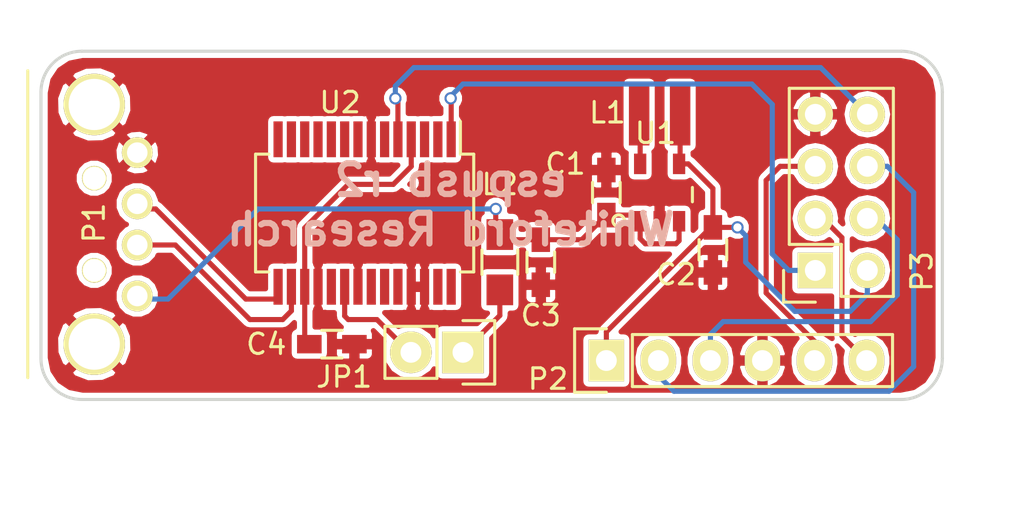
<source format=kicad_pcb>
(kicad_pcb (version 4) (host pcbnew "(2015-11-24 BZR 6329)-product")

  (general
    (links 36)
    (no_connects 0)
    (area 120 92.475 170.000001 120.000001)
    (thickness 1.6)
    (drawings 9)
    (tracks 113)
    (zones 0)
    (modules 12)
    (nets 16)
  )

  (page A4)
  (layers
    (0 F.Cu signal)
    (31 B.Cu signal)
    (32 B.Adhes user)
    (33 F.Adhes user)
    (34 B.Paste user)
    (35 F.Paste user)
    (36 B.SilkS user)
    (37 F.SilkS user)
    (38 B.Mask user)
    (39 F.Mask user)
    (40 Dwgs.User user)
    (41 Cmts.User user)
    (42 Eco1.User user)
    (43 Eco2.User user)
    (44 Edge.Cuts user)
    (45 Margin user)
    (46 B.CrtYd user)
    (47 F.CrtYd user)
    (48 B.Fab user)
    (49 F.Fab user)
  )

  (setup
    (last_trace_width 0.25)
    (trace_clearance 0.2)
    (zone_clearance 0.254)
    (zone_45_only no)
    (trace_min 0.2)
    (segment_width 0.2)
    (edge_width 0.15)
    (via_size 0.6)
    (via_drill 0.4)
    (via_min_size 0.4)
    (via_min_drill 0.3)
    (uvia_size 0.3)
    (uvia_drill 0.1)
    (uvias_allowed no)
    (uvia_min_size 0.2)
    (uvia_min_drill 0.1)
    (pcb_text_width 0.3)
    (pcb_text_size 1.5 1.5)
    (mod_edge_width 0.15)
    (mod_text_size 1 1)
    (mod_text_width 0.15)
    (pad_size 1.524 1.524)
    (pad_drill 0.762)
    (pad_to_mask_clearance 0.2)
    (aux_axis_origin 0 0)
    (visible_elements FFFFFF7F)
    (pcbplotparams
      (layerselection 0x010f0_80000001)
      (usegerberextensions false)
      (excludeedgelayer true)
      (linewidth 0.100000)
      (plotframeref false)
      (viasonmask false)
      (mode 1)
      (useauxorigin false)
      (hpglpennumber 1)
      (hpglpenspeed 20)
      (hpglpendiameter 15)
      (hpglpenoverlay 2)
      (psnegative false)
      (psa4output false)
      (plotreference true)
      (plotvalue true)
      (plotinvisibletext false)
      (padsonsilk false)
      (subtractmaskfromsilk false)
      (outputformat 1)
      (mirror false)
      (drillshape 0)
      (scaleselection 1)
      (outputdirectory gerbers/))
  )

  (net 0 "")
  (net 1 +5V)
  (net 2 GND)
  (net 3 +3V3)
  (net 4 "Net-(C4-Pad1)")
  (net 5 "Net-(JP1-Pad1)")
  (net 6 "Net-(JP1-Pad2)")
  (net 7 "Net-(L1-Pad1)")
  (net 8 USB_DP)
  (net 9 USB_DM)
  (net 10 "Net-(P2-Pad2)")
  (net 11 "Net-(P2-Pad3)")
  (net 12 "Net-(P2-Pad5)")
  (net 13 "Net-(P2-Pad6)")
  (net 14 FT232_TX)
  (net 15 FT232_RX)

  (net_class Default "This is the default net class."
    (clearance 0.2)
    (trace_width 0.25)
    (via_dia 0.6)
    (via_drill 0.4)
    (uvia_dia 0.3)
    (uvia_drill 0.1)
    (add_net +3V3)
    (add_net +5V)
    (add_net FT232_RX)
    (add_net FT232_TX)
    (add_net GND)
    (add_net "Net-(C4-Pad1)")
    (add_net "Net-(JP1-Pad1)")
    (add_net "Net-(JP1-Pad2)")
    (add_net "Net-(L1-Pad1)")
    (add_net "Net-(P2-Pad2)")
    (add_net "Net-(P2-Pad3)")
    (add_net "Net-(P2-Pad5)")
    (add_net "Net-(P2-Pad6)")
    (add_net USB_DM)
    (add_net USB_DP)
  )

  (module Connect:USB_A (layer F.Cu) (tedit 5706DAE6) (tstamp 569AC5B4)
    (at 122.5 109.5 90)
    (descr "USB A connector")
    (tags "USB USB_A")
    (path /569A96AF)
    (fp_text reference P1 (at 3.62 2.09 90) (layer F.SilkS)
      (effects (font (size 1 1) (thickness 0.15)))
    )
    (fp_text value USB_A (at 3.83794 7.43458 90) (layer F.Fab) hide
      (effects (font (size 1 1) (thickness 0.15)))
    )
    (fp_line (start -5.3 -1.4) (end 11.95 -1.4) (layer F.CrtYd) (width 0.05))
    (fp_line (start 11.04986 -1.14512) (end -3.93614 -1.14512) (layer F.SilkS) (width 0.15))
    (pad 4 thru_hole circle (at 7.05 4.2) (size 1.50114 1.50114) (drill 1.00076) (layers *.Cu *.Mask F.SilkS)
      (net 2 GND))
    (pad 3 thru_hole circle (at 4.55 4.2) (size 1.50114 1.50114) (drill 1.00076) (layers *.Cu *.Mask F.SilkS)
      (net 8 USB_DP))
    (pad 2 thru_hole circle (at 2.54 4.2) (size 1.50114 1.50114) (drill 1.00076) (layers *.Cu *.Mask F.SilkS)
      (net 9 USB_DM))
    (pad 1 thru_hole circle (at 0.05 4.2) (size 1.50114 1.50114) (drill 1.00076) (layers *.Cu *.Mask F.SilkS)
      (net 1 +5V))
    (pad 5 thru_hole circle (at 9.4 2.1) (size 2.99974 2.99974) (drill 2.5) (layers *.Cu *.Mask F.SilkS)
      (net 2 GND))
    (pad 5 thru_hole circle (at -2.3 2.1) (size 2.99974 2.99974) (drill 2.5) (layers *.Cu *.Mask F.SilkS)
      (net 2 GND))
    (pad 6 thru_hole circle (at 5.8 2.1) (size 1.2 1.2) (drill 1.1) (layers *.Cu *.Mask F.SilkS))
    (pad 7 thru_hole circle (at 1.3 2.1) (size 1.2 1.2) (drill 1.1) (layers *.Cu *.Mask F.SilkS))
    (model Connect.3dshapes/USB_A.wrl
      (at (xyz 0.14 0 0))
      (scale (xyz 1 1 1))
      (rotate (xyz 0 0 90))
    )
  )

  (module Resistors_SMD:R_0603_HandSoldering (layer F.Cu) (tedit 569AC68F) (tstamp 569AC586)
    (at 149.6 104.4 90)
    (descr "Resistor SMD 0603, hand soldering")
    (tags "resistor 0603")
    (path /569A8272)
    (attr smd)
    (fp_text reference C1 (at 1.4 -2 180) (layer F.SilkS)
      (effects (font (size 1 1) (thickness 0.15)))
    )
    (fp_text value 4.7uF (at 0 1.9 90) (layer F.Fab) hide
      (effects (font (size 1 1) (thickness 0.15)))
    )
    (fp_line (start -2 -0.8) (end 2 -0.8) (layer F.CrtYd) (width 0.05))
    (fp_line (start -2 0.8) (end 2 0.8) (layer F.CrtYd) (width 0.05))
    (fp_line (start -2 -0.8) (end -2 0.8) (layer F.CrtYd) (width 0.05))
    (fp_line (start 2 -0.8) (end 2 0.8) (layer F.CrtYd) (width 0.05))
    (fp_line (start 0.5 0.675) (end -0.5 0.675) (layer F.SilkS) (width 0.15))
    (fp_line (start -0.5 -0.675) (end 0.5 -0.675) (layer F.SilkS) (width 0.15))
    (pad 1 smd rect (at -1.1 0 90) (size 1.2 0.9) (layers F.Cu F.Paste F.Mask)
      (net 1 +5V))
    (pad 2 smd rect (at 1.1 0 90) (size 1.2 0.9) (layers F.Cu F.Paste F.Mask)
      (net 2 GND))
    (model Resistors_SMD.3dshapes/R_0603_HandSoldering.wrl
      (at (xyz 0 0 0))
      (scale (xyz 1 1 1))
      (rotate (xyz 0 0 0))
    )
  )

  (module Resistors_SMD:R_0603_HandSoldering (layer F.Cu) (tedit 569AC683) (tstamp 569AC58C)
    (at 154.8 107.2 270)
    (descr "Resistor SMD 0603, hand soldering")
    (tags "resistor 0603")
    (path /569A823B)
    (attr smd)
    (fp_text reference C2 (at 1.2 1.8 360) (layer F.SilkS)
      (effects (font (size 1 1) (thickness 0.15)))
    )
    (fp_text value 4.7uF (at 0 1.9 270) (layer F.Fab) hide
      (effects (font (size 1 1) (thickness 0.15)))
    )
    (fp_line (start -2 -0.8) (end 2 -0.8) (layer F.CrtYd) (width 0.05))
    (fp_line (start -2 0.8) (end 2 0.8) (layer F.CrtYd) (width 0.05))
    (fp_line (start -2 -0.8) (end -2 0.8) (layer F.CrtYd) (width 0.05))
    (fp_line (start 2 -0.8) (end 2 0.8) (layer F.CrtYd) (width 0.05))
    (fp_line (start 0.5 0.675) (end -0.5 0.675) (layer F.SilkS) (width 0.15))
    (fp_line (start -0.5 -0.675) (end 0.5 -0.675) (layer F.SilkS) (width 0.15))
    (pad 1 smd rect (at -1.1 0 270) (size 1.2 0.9) (layers F.Cu F.Paste F.Mask)
      (net 3 +3V3))
    (pad 2 smd rect (at 1.1 0 270) (size 1.2 0.9) (layers F.Cu F.Paste F.Mask)
      (net 2 GND))
    (model Resistors_SMD.3dshapes/R_0603_HandSoldering.wrl
      (at (xyz 0 0 0))
      (scale (xyz 1 1 1))
      (rotate (xyz 0 0 0))
    )
  )

  (module Resistors_SMD:R_0603_HandSoldering (layer F.Cu) (tedit 569AD07E) (tstamp 569AC592)
    (at 146.4 107.8 270)
    (descr "Resistor SMD 0603, hand soldering")
    (tags "resistor 0603")
    (path /569AC3DA)
    (attr smd)
    (fp_text reference C3 (at 2.6 0 360) (layer F.SilkS)
      (effects (font (size 1 1) (thickness 0.15)))
    )
    (fp_text value 10nF (at 0 1.9 270) (layer F.Fab) hide
      (effects (font (size 1 1) (thickness 0.15)))
    )
    (fp_line (start -2 -0.8) (end 2 -0.8) (layer F.CrtYd) (width 0.05))
    (fp_line (start -2 0.8) (end 2 0.8) (layer F.CrtYd) (width 0.05))
    (fp_line (start -2 -0.8) (end -2 0.8) (layer F.CrtYd) (width 0.05))
    (fp_line (start 2 -0.8) (end 2 0.8) (layer F.CrtYd) (width 0.05))
    (fp_line (start 0.5 0.675) (end -0.5 0.675) (layer F.SilkS) (width 0.15))
    (fp_line (start -0.5 -0.675) (end 0.5 -0.675) (layer F.SilkS) (width 0.15))
    (pad 1 smd rect (at -1.1 0 270) (size 1.2 0.9) (layers F.Cu F.Paste F.Mask)
      (net 1 +5V))
    (pad 2 smd rect (at 1.1 0 270) (size 1.2 0.9) (layers F.Cu F.Paste F.Mask)
      (net 2 GND))
    (model Resistors_SMD.3dshapes/R_0603_HandSoldering.wrl
      (at (xyz 0 0 0))
      (scale (xyz 1 1 1))
      (rotate (xyz 0 0 0))
    )
  )

  (module Resistors_SMD:R_0603_HandSoldering (layer F.Cu) (tedit 569AC6C0) (tstamp 569AC598)
    (at 136.2 111.8)
    (descr "Resistor SMD 0603, hand soldering")
    (tags "resistor 0603")
    (path /569ACA54)
    (attr smd)
    (fp_text reference C4 (at -3.2 0) (layer F.SilkS)
      (effects (font (size 1 1) (thickness 0.15)))
    )
    (fp_text value 100nF (at 0 1.9) (layer F.Fab) hide
      (effects (font (size 1 1) (thickness 0.15)))
    )
    (fp_line (start -2 -0.8) (end 2 -0.8) (layer F.CrtYd) (width 0.05))
    (fp_line (start -2 0.8) (end 2 0.8) (layer F.CrtYd) (width 0.05))
    (fp_line (start -2 -0.8) (end -2 0.8) (layer F.CrtYd) (width 0.05))
    (fp_line (start 2 -0.8) (end 2 0.8) (layer F.CrtYd) (width 0.05))
    (fp_line (start 0.5 0.675) (end -0.5 0.675) (layer F.SilkS) (width 0.15))
    (fp_line (start -0.5 -0.675) (end 0.5 -0.675) (layer F.SilkS) (width 0.15))
    (pad 1 smd rect (at -1.1 0) (size 1.2 0.9) (layers F.Cu F.Paste F.Mask)
      (net 4 "Net-(C4-Pad1)"))
    (pad 2 smd rect (at 1.1 0) (size 1.2 0.9) (layers F.Cu F.Paste F.Mask)
      (net 2 GND))
    (model Resistors_SMD.3dshapes/R_0603_HandSoldering.wrl
      (at (xyz 0 0 0))
      (scale (xyz 1 1 1))
      (rotate (xyz 0 0 0))
    )
  )

  (module Socket_Strips:Socket_Strip_Straight_1x02 (layer F.Cu) (tedit 569AD149) (tstamp 569AC59E)
    (at 142.6 112.2 180)
    (descr "Through hole socket strip")
    (tags "socket strip")
    (path /569AE5F1)
    (fp_text reference JP1 (at 5.8 -1.2 180) (layer F.SilkS)
      (effects (font (size 1 1) (thickness 0.15)))
    )
    (fp_text value JUMPER (at 0 -3.1 180) (layer F.Fab) hide
      (effects (font (size 1 1) (thickness 0.15)))
    )
    (fp_line (start -1.55 1.55) (end 0 1.55) (layer F.SilkS) (width 0.15))
    (fp_line (start 3.81 1.27) (end 1.27 1.27) (layer F.SilkS) (width 0.15))
    (fp_line (start -1.75 -1.75) (end -1.75 1.75) (layer F.CrtYd) (width 0.05))
    (fp_line (start 4.3 -1.75) (end 4.3 1.75) (layer F.CrtYd) (width 0.05))
    (fp_line (start -1.75 -1.75) (end 4.3 -1.75) (layer F.CrtYd) (width 0.05))
    (fp_line (start -1.75 1.75) (end 4.3 1.75) (layer F.CrtYd) (width 0.05))
    (fp_line (start 1.27 1.27) (end 1.27 -1.27) (layer F.SilkS) (width 0.15))
    (fp_line (start 0 -1.55) (end -1.55 -1.55) (layer F.SilkS) (width 0.15))
    (fp_line (start -1.55 -1.55) (end -1.55 1.55) (layer F.SilkS) (width 0.15))
    (fp_line (start 1.27 -1.27) (end 3.81 -1.27) (layer F.SilkS) (width 0.15))
    (fp_line (start 3.81 -1.27) (end 3.81 1.27) (layer F.SilkS) (width 0.15))
    (pad 1 thru_hole rect (at 0 0 180) (size 2.032 2.032) (drill 1.016) (layers *.Cu *.Mask F.SilkS)
      (net 5 "Net-(JP1-Pad1)"))
    (pad 2 thru_hole oval (at 2.54 0 180) (size 2.032 2.032) (drill 1.016) (layers *.Cu *.Mask F.SilkS)
      (net 6 "Net-(JP1-Pad2)"))
    (model Socket_Strips.3dshapes/Socket_Strip_Straight_1x02.wrl
      (at (xyz 0.05 0 0))
      (scale (xyz 1 1 1))
      (rotate (xyz 0 0 180))
    )
  )

  (module espusb:TDK_VLS_INDUCTOR (layer F.Cu) (tedit 569ACC61) (tstamp 569AC5A4)
    (at 152.2 100.6)
    (path /569A81F4)
    (fp_text reference L1 (at -2.55 -0.1) (layer F.SilkS)
      (effects (font (size 1 1) (thickness 0.15)))
    )
    (fp_text value 4.7uH (at 0 -7) (layer F.Fab) hide
      (effects (font (size 1 1) (thickness 0.15)))
    )
    (pad 1 smd rect (at -1 0) (size 1 3) (layers F.Cu F.Paste F.Mask)
      (net 7 "Net-(L1-Pad1)"))
    (pad 2 smd rect (at 1 0) (size 1 3) (layers F.Cu F.Paste F.Mask)
      (net 3 +3V3))
  )

  (module Resistors_SMD:R_0805_HandSoldering (layer F.Cu) (tedit 569AD081) (tstamp 569AC5AA)
    (at 144.4 107.8 270)
    (descr "Resistor SMD 0805, hand soldering")
    (tags "resistor 0805")
    (path /569AC200)
    (attr smd)
    (fp_text reference L2 (at -3.8 0 360) (layer F.SilkS)
      (effects (font (size 1 1) (thickness 0.15)))
    )
    (fp_text value "bead 0805" (at 0 2.1 270) (layer F.Fab) hide
      (effects (font (size 1 1) (thickness 0.15)))
    )
    (fp_line (start -2.4 -1) (end 2.4 -1) (layer F.CrtYd) (width 0.05))
    (fp_line (start -2.4 1) (end 2.4 1) (layer F.CrtYd) (width 0.05))
    (fp_line (start -2.4 -1) (end -2.4 1) (layer F.CrtYd) (width 0.05))
    (fp_line (start 2.4 -1) (end 2.4 1) (layer F.CrtYd) (width 0.05))
    (fp_line (start 0.6 0.875) (end -0.6 0.875) (layer F.SilkS) (width 0.15))
    (fp_line (start -0.6 -0.875) (end 0.6 -0.875) (layer F.SilkS) (width 0.15))
    (pad 1 smd rect (at -1.35 0 270) (size 1.5 1.3) (layers F.Cu F.Paste F.Mask)
      (net 1 +5V))
    (pad 2 smd rect (at 1.35 0 270) (size 1.5 1.3) (layers F.Cu F.Paste F.Mask)
      (net 5 "Net-(JP1-Pad1)"))
    (model Resistors_SMD.3dshapes/R_0805_HandSoldering.wrl
      (at (xyz 0 0 0))
      (scale (xyz 1 1 1))
      (rotate (xyz 0 0 0))
    )
  )

  (module Socket_Strips:Socket_Strip_Straight_1x06 (layer F.Cu) (tedit 569AD13E) (tstamp 569AC5BE)
    (at 149.6 112.6)
    (descr "Through hole socket strip")
    (tags "socket strip")
    (path /569B0FD5)
    (fp_text reference P2 (at -2.85 0.9) (layer F.SilkS)
      (effects (font (size 1 1) (thickness 0.15)))
    )
    (fp_text value CONN_01X06 (at 9.65 -16.35) (layer F.Fab) hide
      (effects (font (size 1 1) (thickness 0.15)))
    )
    (fp_line (start -1.75 -1.75) (end -1.75 1.75) (layer F.CrtYd) (width 0.05))
    (fp_line (start 14.45 -1.75) (end 14.45 1.75) (layer F.CrtYd) (width 0.05))
    (fp_line (start -1.75 -1.75) (end 14.45 -1.75) (layer F.CrtYd) (width 0.05))
    (fp_line (start -1.75 1.75) (end 14.45 1.75) (layer F.CrtYd) (width 0.05))
    (fp_line (start 1.27 1.27) (end 13.97 1.27) (layer F.SilkS) (width 0.15))
    (fp_line (start 13.97 1.27) (end 13.97 -1.27) (layer F.SilkS) (width 0.15))
    (fp_line (start 13.97 -1.27) (end 1.27 -1.27) (layer F.SilkS) (width 0.15))
    (fp_line (start -1.55 1.55) (end 0 1.55) (layer F.SilkS) (width 0.15))
    (fp_line (start 1.27 1.27) (end 1.27 -1.27) (layer F.SilkS) (width 0.15))
    (fp_line (start 0 -1.55) (end -1.55 -1.55) (layer F.SilkS) (width 0.15))
    (fp_line (start -1.55 -1.55) (end -1.55 1.55) (layer F.SilkS) (width 0.15))
    (pad 1 thru_hole rect (at 0 0) (size 1.7272 2.032) (drill 1.016) (layers *.Cu *.Mask F.SilkS)
      (net 3 +3V3))
    (pad 2 thru_hole oval (at 2.54 0) (size 1.7272 2.032) (drill 1.016) (layers *.Cu *.Mask F.SilkS)
      (net 10 "Net-(P2-Pad2)"))
    (pad 3 thru_hole oval (at 5.08 0) (size 1.7272 2.032) (drill 1.016) (layers *.Cu *.Mask F.SilkS)
      (net 11 "Net-(P2-Pad3)"))
    (pad 4 thru_hole oval (at 7.62 0) (size 1.7272 2.032) (drill 1.016) (layers *.Cu *.Mask F.SilkS)
      (net 2 GND))
    (pad 5 thru_hole oval (at 10.16 0) (size 1.7272 2.032) (drill 1.016) (layers *.Cu *.Mask F.SilkS)
      (net 12 "Net-(P2-Pad5)"))
    (pad 6 thru_hole oval (at 12.7 0) (size 1.7272 2.032) (drill 1.016) (layers *.Cu *.Mask F.SilkS)
      (net 13 "Net-(P2-Pad6)"))
    (model Socket_Strips.3dshapes/Socket_Strip_Straight_1x06.wrl
      (at (xyz 0.25 0 0))
      (scale (xyz 1 1 1))
      (rotate (xyz 0 0 180))
    )
  )

  (module Socket_Strips:Socket_Strip_Straight_2x04 (layer F.Cu) (tedit 569AD144) (tstamp 569AC5CA)
    (at 159.8 108.2 90)
    (descr "Through hole socket strip")
    (tags "socket strip")
    (path /569AEBD3)
    (fp_text reference P3 (at -0.05 5.2 90) (layer F.SilkS)
      (effects (font (size 1 1) (thickness 0.15)))
    )
    (fp_text value CONN_02X04 (at 9.95 8.7 90) (layer F.Fab) hide
      (effects (font (size 1 1) (thickness 0.15)))
    )
    (fp_line (start -1.75 -1.75) (end -1.75 4.3) (layer F.CrtYd) (width 0.05))
    (fp_line (start 9.4 -1.75) (end 9.4 4.3) (layer F.CrtYd) (width 0.05))
    (fp_line (start -1.75 -1.75) (end 9.4 -1.75) (layer F.CrtYd) (width 0.05))
    (fp_line (start -1.75 4.3) (end 9.4 4.3) (layer F.CrtYd) (width 0.05))
    (fp_line (start 1.27 -1.27) (end 8.89 -1.27) (layer F.SilkS) (width 0.15))
    (fp_line (start 8.89 -1.27) (end 8.89 3.81) (layer F.SilkS) (width 0.15))
    (fp_line (start 8.89 3.81) (end -1.27 3.81) (layer F.SilkS) (width 0.15))
    (fp_line (start -1.27 3.81) (end -1.27 1.27) (layer F.SilkS) (width 0.15))
    (fp_line (start 0 -1.55) (end -1.55 -1.55) (layer F.SilkS) (width 0.15))
    (fp_line (start -1.27 1.27) (end 1.27 1.27) (layer F.SilkS) (width 0.15))
    (fp_line (start 1.27 1.27) (end 1.27 -1.27) (layer F.SilkS) (width 0.15))
    (fp_line (start -1.55 -1.55) (end -1.55 0) (layer F.SilkS) (width 0.15))
    (pad 1 thru_hole rect (at 0 0 90) (size 1.7272 1.7272) (drill 1.016) (layers *.Cu *.Mask F.SilkS)
      (net 14 FT232_TX))
    (pad 2 thru_hole oval (at 0 2.54 90) (size 1.7272 1.7272) (drill 1.016) (layers *.Cu *.Mask F.SilkS)
      (net 3 +3V3))
    (pad 3 thru_hole oval (at 2.54 0 90) (size 1.7272 1.7272) (drill 1.016) (layers *.Cu *.Mask F.SilkS)
      (net 13 "Net-(P2-Pad6)"))
    (pad 4 thru_hole oval (at 2.54 2.54 90) (size 1.7272 1.7272) (drill 1.016) (layers *.Cu *.Mask F.SilkS)
      (net 11 "Net-(P2-Pad3)"))
    (pad 5 thru_hole oval (at 5.08 0 90) (size 1.7272 1.7272) (drill 1.016) (layers *.Cu *.Mask F.SilkS)
      (net 12 "Net-(P2-Pad5)"))
    (pad 6 thru_hole oval (at 5.08 2.54 90) (size 1.7272 1.7272) (drill 1.016) (layers *.Cu *.Mask F.SilkS)
      (net 10 "Net-(P2-Pad2)"))
    (pad 7 thru_hole oval (at 7.62 0 90) (size 1.7272 1.7272) (drill 1.016) (layers *.Cu *.Mask F.SilkS)
      (net 2 GND))
    (pad 8 thru_hole oval (at 7.62 2.54 90) (size 1.7272 1.7272) (drill 1.016) (layers *.Cu *.Mask F.SilkS)
      (net 15 FT232_RX))
    (model Socket_Strips.3dshapes/Socket_Strip_Straight_2x04.wrl
      (at (xyz 0.15 -0.05 0))
      (scale (xyz 1 1 1))
      (rotate (xyz 0 0 180))
    )
  )

  (module espusb:TSOT-5 (layer F.Cu) (tedit 569AD02A) (tstamp 569AC5D3)
    (at 152.2 104.5)
    (descr "TSOP-6 MK06A housing 6pin")
    (path /569A81AF)
    (attr smd)
    (fp_text reference U1 (at -0.2 -3) (layer F.SilkS)
      (effects (font (size 1 1) (thickness 0.15)))
    )
    (fp_text value MCP1603 (at -0.4 7.4) (layer F.Fab) hide
      (effects (font (size 1 1) (thickness 0.15)))
    )
    (fp_circle (center -2 1.275) (end -1.825 1.5) (layer F.SilkS) (width 0.15))
    (fp_line (start 1.6002 -0.35052) (end 1.6002 0.35052) (layer F.SilkS) (width 0.15))
    (pad 1 smd rect (at -0.94996 1.30048) (size 0.6 1.00076) (layers F.Cu F.Paste F.Mask)
      (net 1 +5V))
    (pad 2 smd rect (at 0 1.30048) (size 0.6 1.00076) (layers F.Cu F.Paste F.Mask)
      (net 2 GND))
    (pad 3 smd rect (at 0.94996 1.30048) (size 0.6 1.00076) (layers F.Cu F.Paste F.Mask)
      (net 1 +5V))
    (pad 4 smd rect (at 0.94996 -1.5) (size 0.6 1.00076) (layers F.Cu F.Paste F.Mask)
      (net 3 +3V3))
    (pad 5 smd rect (at -0.94996 -1.5) (size 0.6 1.00076) (layers F.Cu F.Paste F.Mask)
      (net 7 "Net-(L1-Pad1)"))
    (model TO_SOT_Packages_SMD.3dshapes/TSOT-6-MK06A.wrl
      (at (xyz 0 0 0))
      (scale (xyz 1 1 1))
      (rotate (xyz 0 0 0))
    )
  )

  (module espusb:SSOP-28_5.3x10.2mm_Pitch0.65mm (layer F.Cu) (tedit 569AD079) (tstamp 569AC5F3)
    (at 137.8 105.4 270)
    (descr "28-Lead Plastic Shrink Small Outline (SS)-5.30 mm Body [SSOP] (see Microchip Packaging Specification 00000049BS.pdf)")
    (tags "SSOP 0.65")
    (path /569AAC6F)
    (attr smd)
    (fp_text reference U2 (at -5.4 1.2 360) (layer F.SilkS)
      (effects (font (size 1 1) (thickness 0.15)))
    )
    (fp_text value FT232 (at -0.25 0.25 360) (layer F.Fab)
      (effects (font (size 1 1) (thickness 0.15)))
    )
    (fp_line (start -4.75 -5.5) (end -4.75 5.5) (layer F.CrtYd) (width 0.05))
    (fp_line (start 4.75 -5.5) (end 4.75 5.5) (layer F.CrtYd) (width 0.05))
    (fp_line (start -4.75 -5.5) (end 4.75 -5.5) (layer F.CrtYd) (width 0.05))
    (fp_line (start -4.75 5.5) (end 4.75 5.5) (layer F.CrtYd) (width 0.05))
    (fp_line (start -2.875 -5.325) (end -2.875 -4.675) (layer F.SilkS) (width 0.15))
    (fp_line (start 2.875 -5.325) (end 2.875 -4.675) (layer F.SilkS) (width 0.15))
    (fp_line (start 2.875 5.325) (end 2.875 4.675) (layer F.SilkS) (width 0.15))
    (fp_line (start -2.875 5.325) (end -2.875 4.675) (layer F.SilkS) (width 0.15))
    (fp_line (start -2.875 -5.325) (end 2.875 -5.325) (layer F.SilkS) (width 0.15))
    (fp_line (start -2.875 5.325) (end 2.875 5.325) (layer F.SilkS) (width 0.15))
    (fp_line (start -2.875 -4.675) (end -4.475 -4.675) (layer F.SilkS) (width 0.15))
    (pad 1 smd rect (at -3.6 -4.225 270) (size 1.75 0.45) (layers F.Cu F.Paste F.Mask)
      (net 14 FT232_TX))
    (pad 2 smd rect (at -3.6 -3.575 270) (size 1.75 0.45) (layers F.Cu F.Paste F.Mask))
    (pad 3 smd rect (at -3.6 -2.925 270) (size 1.75 0.45) (layers F.Cu F.Paste F.Mask))
    (pad 4 smd rect (at -3.6 -2.275 270) (size 1.75 0.45) (layers F.Cu F.Paste F.Mask)
      (net 4 "Net-(C4-Pad1)"))
    (pad 5 smd rect (at -3.6 -1.625 270) (size 1.75 0.45) (layers F.Cu F.Paste F.Mask)
      (net 15 FT232_RX))
    (pad 6 smd rect (at -3.6 -0.975 270) (size 1.75 0.45) (layers F.Cu F.Paste F.Mask))
    (pad 7 smd rect (at -3.6 -0.325 270) (size 1.75 0.45) (layers F.Cu F.Paste F.Mask)
      (net 2 GND))
    (pad 8 smd rect (at -3.6 0.325 270) (size 1.75 0.45) (layers F.Cu F.Paste F.Mask))
    (pad 9 smd rect (at -3.6 0.975 270) (size 1.75 0.45) (layers F.Cu F.Paste F.Mask))
    (pad 10 smd rect (at -3.6 1.625 270) (size 1.75 0.45) (layers F.Cu F.Paste F.Mask))
    (pad 11 smd rect (at -3.6 2.275 270) (size 1.75 0.45) (layers F.Cu F.Paste F.Mask))
    (pad 12 smd rect (at -3.6 2.925 270) (size 1.75 0.45) (layers F.Cu F.Paste F.Mask))
    (pad 13 smd rect (at -3.6 3.575 270) (size 1.75 0.45) (layers F.Cu F.Paste F.Mask))
    (pad 14 smd rect (at -3.6 4.225 270) (size 1.75 0.45) (layers F.Cu F.Paste F.Mask))
    (pad 15 smd rect (at 3.6 4.225 270) (size 1.75 0.45) (layers F.Cu F.Paste F.Mask)
      (net 8 USB_DP))
    (pad 16 smd rect (at 3.6 3.575 270) (size 1.75 0.45) (layers F.Cu F.Paste F.Mask)
      (net 9 USB_DM))
    (pad 17 smd rect (at 3.6 2.925 270) (size 1.75 0.45) (layers F.Cu F.Paste F.Mask)
      (net 4 "Net-(C4-Pad1)"))
    (pad 18 smd rect (at 3.6 2.275 270) (size 1.75 0.45) (layers F.Cu F.Paste F.Mask)
      (net 2 GND))
    (pad 19 smd rect (at 3.6 1.625 270) (size 1.75 0.45) (layers F.Cu F.Paste F.Mask))
    (pad 20 smd rect (at 3.6 0.975 270) (size 1.75 0.45) (layers F.Cu F.Paste F.Mask)
      (net 6 "Net-(JP1-Pad2)"))
    (pad 21 smd rect (at 3.6 0.325 270) (size 1.75 0.45) (layers F.Cu F.Paste F.Mask)
      (net 2 GND))
    (pad 22 smd rect (at 3.6 -0.325 270) (size 1.75 0.45) (layers F.Cu F.Paste F.Mask))
    (pad 23 smd rect (at 3.6 -0.975 270) (size 1.75 0.45) (layers F.Cu F.Paste F.Mask))
    (pad 24 smd rect (at 3.6 -1.625 270) (size 1.75 0.45) (layers F.Cu F.Paste F.Mask))
    (pad 25 smd rect (at 3.6 -2.275 270) (size 1.75 0.45) (layers F.Cu F.Paste F.Mask)
      (net 2 GND))
    (pad 26 smd rect (at 3.6 -2.925 270) (size 1.75 0.45) (layers F.Cu F.Paste F.Mask)
      (net 2 GND))
    (pad 27 smd rect (at 3.6 -3.575 270) (size 1.75 0.45) (layers F.Cu F.Paste F.Mask))
    (pad 28 smd rect (at 3.6 -4.225 270) (size 1.75 0.45) (layers F.Cu F.Paste F.Mask))
    (model Housings_SSOP.3dshapes/SSOP-28_5.3x10.2mm_Pitch0.65mm.wrl
      (at (xyz 0 0 0))
      (scale (xyz 1 1 1))
      (rotate (xyz 0 0 0))
    )
  )

  (gr_text "espusb r2\nWhiteford Research" (at 142 105) (layer B.SilkS)
    (effects (font (size 1.5 1.5) (thickness 0.3)) (justify mirror))
  )
  (gr_line (start 166 112.5) (end 166 99.5) (angle 90) (layer Edge.Cuts) (width 0.15))
  (gr_line (start 122 99.5) (end 122 112.5) (angle 90) (layer Edge.Cuts) (width 0.15))
  (gr_arc (start 164 99.5) (end 164 97.5) (angle 90) (layer Edge.Cuts) (width 0.15))
  (gr_arc (start 164 112.5) (end 166 112.5) (angle 90) (layer Edge.Cuts) (width 0.15))
  (gr_arc (start 124 112.5) (end 124 114.5) (angle 90) (layer Edge.Cuts) (width 0.15))
  (gr_arc (start 124 99.5) (end 122 99.5) (angle 90) (layer Edge.Cuts) (width 0.15))
  (gr_line (start 164 114.5) (end 124 114.5) (angle 90) (layer Edge.Cuts) (width 0.15))
  (gr_line (start 124 97.5) (end 164 97.5) (angle 90) (layer Edge.Cuts) (width 0.15))

  (segment (start 140 104) (end 140.075 103.925) (width 0.25) (layer F.Cu) (net 0) (tstamp 569AD183))
  (segment (start 126.85 109.6) (end 128.2 109.6) (width 0.25) (layer B.Cu) (net 1) (status 400000))
  (via (at 144.2 105.2) (size 0.6) (drill 0.4) (layers F.Cu B.Cu) (net 1))
  (segment (start 144.2 105.2) (end 132.6 105.2) (width 0.25) (layer B.Cu) (net 1) (tstamp 569ACFA1))
  (segment (start 132.6 105.2) (end 128.2 109.6) (width 0.25) (layer B.Cu) (net 1) (tstamp 569ACFA2))
  (segment (start 144.2 105.2) (end 144.2 106.25) (width 0.25) (layer F.Cu) (net 1) (tstamp 569ACF8E))
  (segment (start 126.85 109.6) (end 126.7 109.45) (width 0.25) (layer B.Cu) (net 1) (tstamp 5706DDC0) (status C00000))
  (segment (start 151.25004 105.80048) (end 151.25004 106.65004) (width 0.25) (layer F.Cu) (net 1))
  (segment (start 153.14996 106.75004) (end 153.14996 105.80048) (width 0.25) (layer F.Cu) (net 1) (tstamp 5706D607))
  (segment (start 153 106.9) (end 153.14996 106.75004) (width 0.25) (layer F.Cu) (net 1) (tstamp 5706D604))
  (segment (start 151.5 106.9) (end 153 106.9) (width 0.25) (layer F.Cu) (net 1) (tstamp 5706D603))
  (segment (start 151.25004 106.65004) (end 151.5 106.9) (width 0.25) (layer F.Cu) (net 1) (tstamp 5706D602))
  (segment (start 149.6 105.5) (end 150.94956 105.5) (width 0.25) (layer F.Cu) (net 1))
  (segment (start 150.94956 105.5) (end 151.25004 105.80048) (width 0.25) (layer F.Cu) (net 1) (tstamp 5706D5BB))
  (segment (start 146.4 106.7) (end 148.4 106.7) (width 0.25) (layer F.Cu) (net 1))
  (segment (start 148.4 106.7) (end 149.6 105.5) (width 0.25) (layer F.Cu) (net 1) (tstamp 569AD040))
  (segment (start 144.4 106.45) (end 144.2 106.25) (width 0.25) (layer F.Cu) (net 1))
  (segment (start 144.4 106.45) (end 144.65 106.7) (width 0.25) (layer F.Cu) (net 1))
  (segment (start 144.65 106.7) (end 146.4 106.7) (width 0.25) (layer F.Cu) (net 1) (tstamp 569ACF8B))
  (segment (start 151.25004 105.9) (end 151.3 105.9) (width 0.25) (layer F.Cu) (net 1))
  (segment (start 159.8 100.58) (end 159.38 100.58) (width 0.25) (layer B.Cu) (net 2))
  (segment (start 149.6 112.6) (end 149.6 111.2) (width 0.25) (layer F.Cu) (net 3))
  (segment (start 149.6 111.2) (end 154.7 106.1) (width 0.25) (layer F.Cu) (net 3) (tstamp 5706D5F5))
  (segment (start 154.7 106.1) (end 154.8 106.1) (width 0.25) (layer F.Cu) (net 3) (tstamp 5706D5FA))
  (segment (start 162.34 108.2) (end 162.34 109.36) (width 0.25) (layer B.Cu) (net 3))
  (segment (start 156 106.1) (end 154.8 106.1) (width 0.25) (layer F.Cu) (net 3) (tstamp 5706D5EE))
  (via (at 156 106.1) (size 0.6) (drill 0.4) (layers F.Cu B.Cu) (net 3))
  (segment (start 156.4 106.5) (end 156 106.1) (width 0.25) (layer B.Cu) (net 3) (tstamp 5706D5EC))
  (segment (start 156.4 107.8) (end 156.4 106.5) (width 0.25) (layer B.Cu) (net 3) (tstamp 5706D5EB))
  (segment (start 158.8 110.2) (end 156.4 107.8) (width 0.25) (layer B.Cu) (net 3) (tstamp 5706D5E8))
  (segment (start 161.5 110.2) (end 158.8 110.2) (width 0.25) (layer B.Cu) (net 3) (tstamp 5706D5E7))
  (segment (start 162.34 109.36) (end 161.5 110.2) (width 0.25) (layer B.Cu) (net 3) (tstamp 5706D5E6))
  (segment (start 153.14996 103) (end 153.6 103) (width 0.25) (layer F.Cu) (net 3))
  (segment (start 154.8 104.2) (end 154.8 106.1) (width 0.25) (layer F.Cu) (net 3) (tstamp 5706D5C5))
  (segment (start 153.6 103) (end 154.8 104.2) (width 0.25) (layer F.Cu) (net 3) (tstamp 5706D5C4))
  (segment (start 153.2 100.6) (end 153.2 102.94996) (width 0.25) (layer F.Cu) (net 3))
  (segment (start 153.2 102.94996) (end 153.14996 103) (width 0.25) (layer F.Cu) (net 3) (tstamp 5706D5C1))
  (segment (start 154.6 105.9) (end 154.8 106.1) (width 0.25) (layer F.Cu) (net 3) (tstamp 569AD055))
  (segment (start 153.2 100.6) (end 153.2 101.4) (width 0.25) (layer F.Cu) (net 3))
  (segment (start 140.075 101.8) (end 140.075 103.125) (width 0.25) (layer F.Cu) (net 4))
  (segment (start 134.875 106.125) (end 137 104) (width 0.25) (layer F.Cu) (net 4) (tstamp 569AD17A))
  (segment (start 134.875 106.125) (end 134.875 109) (width 0.25) (layer F.Cu) (net 4))
  (segment (start 139.2 104) (end 137 104) (width 0.25) (layer F.Cu) (net 4) (tstamp 56B6743B))
  (segment (start 140.075 103.125) (end 139.2 104) (width 0.25) (layer F.Cu) (net 4) (tstamp 56B67437))
  (segment (start 134.875 109) (end 134.875 111.575) (width 0.25) (layer F.Cu) (net 4))
  (segment (start 134.875 111.575) (end 135.1 111.8) (width 0.25) (layer F.Cu) (net 4) (tstamp 569ACF78))
  (segment (start 142.6 112.2) (end 144.4 110.4) (width 0.25) (layer F.Cu) (net 5))
  (segment (start 144.4 110.4) (end 144.4 109.15) (width 0.25) (layer F.Cu) (net 5) (tstamp 569ACF87))
  (segment (start 140.06 112.2) (end 140 112.2) (width 0.25) (layer F.Cu) (net 6))
  (segment (start 140 112.2) (end 138.4 110.6) (width 0.25) (layer F.Cu) (net 6) (tstamp 569ACF80))
  (segment (start 138.4 110.6) (end 137 110.6) (width 0.25) (layer F.Cu) (net 6) (tstamp 569ACF81))
  (segment (start 137 110.6) (end 136.825 110.425) (width 0.25) (layer F.Cu) (net 6) (tstamp 569ACF83))
  (segment (start 136.825 110.425) (end 136.825 109) (width 0.25) (layer F.Cu) (net 6) (tstamp 569ACF84))
  (segment (start 151.25004 103) (end 151.25004 100.65004) (width 0.25) (layer F.Cu) (net 7))
  (segment (start 151.25004 100.65004) (end 151.2 100.6) (width 0.25) (layer F.Cu) (net 7) (tstamp 5706D5BE))
  (segment (start 151.2 103.04948) (end 151.25004 103.09952) (width 0.25) (layer F.Cu) (net 7) (tstamp 569AD04B))
  (segment (start 128.8 106.4) (end 127.6 105.2) (width 0.25) (layer F.Cu) (net 8))
  (segment (start 132 109.6) (end 128.8 106.4) (width 0.25) (layer F.Cu) (net 8) (tstamp 569ACF70))
  (segment (start 133.4 109.6) (end 132 109.6) (width 0.25) (layer F.Cu) (net 8) (tstamp 569ACF6F))
  (segment (start 127.6 105.2) (end 126.95 105.2) (width 0.25) (layer F.Cu) (net 8) (tstamp 5706DDB6) (status 800000))
  (segment (start 126.95 105.2) (end 126.7 104.95) (width 0.25) (layer F.Cu) (net 8) (tstamp 5706DDB7) (status C00000))
  (segment (start 133.575 109) (end 133.575 109.425) (width 0.25) (layer F.Cu) (net 8))
  (segment (start 133.575 109.425) (end 133.4 109.6) (width 0.25) (layer F.Cu) (net 8) (tstamp 569ACF6E))
  (segment (start 126.70086 106.95914) (end 128.55914 106.95914) (width 0.25) (layer F.Cu) (net 9) (status 400000))
  (segment (start 134.225 110.175) (end 133.8 110.6) (width 0.25) (layer F.Cu) (net 9) (tstamp 569ACF66))
  (segment (start 133.8 110.6) (end 132.2 110.6) (width 0.25) (layer F.Cu) (net 9) (tstamp 569ACF67))
  (segment (start 132.2 110.6) (end 128.55914 106.95914) (width 0.25) (layer F.Cu) (net 9) (tstamp 569ACF68))
  (segment (start 134.225 110.175) (end 134.225 109) (width 0.25) (layer F.Cu) (net 9))
  (segment (start 126.70086 106.95914) (end 126.7 106.96) (width 0.25) (layer F.Cu) (net 9) (tstamp 5706DDBA) (status C00000))
  (segment (start 152.14 112.6) (end 152.14 113.34) (width 0.25) (layer B.Cu) (net 10))
  (segment (start 152.14 113.34) (end 152.9 114.1) (width 0.25) (layer B.Cu) (net 10) (tstamp 5706D67B))
  (segment (start 152.9 114.1) (end 163.4 114.1) (width 0.25) (layer B.Cu) (net 10) (tstamp 5706D67D))
  (segment (start 163.4 114.1) (end 164.6 112.9) (width 0.25) (layer B.Cu) (net 10) (tstamp 5706D680))
  (segment (start 164.6 112.9) (end 164.6 104.4) (width 0.25) (layer B.Cu) (net 10) (tstamp 5706D683))
  (segment (start 164.6 104.4) (end 163.32 103.12) (width 0.25) (layer B.Cu) (net 10) (tstamp 5706D686))
  (segment (start 163.32 103.12) (end 162.34 103.12) (width 0.25) (layer B.Cu) (net 10) (tstamp 5706D688))
  (segment (start 162.34 103.12) (end 162.34 103.14) (width 0.25) (layer B.Cu) (net 10))
  (segment (start 162.34 105.66) (end 162.76 105.66) (width 0.25) (layer B.Cu) (net 11))
  (segment (start 162.76 105.66) (end 163.8 106.7) (width 0.25) (layer B.Cu) (net 11) (tstamp 5706D646))
  (segment (start 163.8 106.7) (end 163.8 109.4) (width 0.25) (layer B.Cu) (net 11) (tstamp 5706D648))
  (segment (start 163.8 109.4) (end 162.5 110.7) (width 0.25) (layer B.Cu) (net 11) (tstamp 5706D64A))
  (segment (start 162.5 110.7) (end 155.3 110.7) (width 0.25) (layer B.Cu) (net 11) (tstamp 5706D64C))
  (segment (start 155.3 110.7) (end 154.68 111.32) (width 0.25) (layer B.Cu) (net 11) (tstamp 5706D64F))
  (segment (start 154.68 111.32) (end 154.68 112.6) (width 0.25) (layer B.Cu) (net 11) (tstamp 5706D650))
  (segment (start 159.8 103.12) (end 158.08 103.12) (width 0.25) (layer F.Cu) (net 12))
  (segment (start 157.4 109.3) (end 159.76 111.66) (width 0.25) (layer F.Cu) (net 12) (tstamp 5706D62C))
  (segment (start 157.4 103.8) (end 157.4 109.3) (width 0.25) (layer F.Cu) (net 12) (tstamp 5706D62A))
  (segment (start 158.08 103.12) (end 157.4 103.8) (width 0.25) (layer F.Cu) (net 12) (tstamp 5706D61E))
  (segment (start 159.76 111.66) (end 159.76 112.6) (width 0.25) (layer F.Cu) (net 12) (tstamp 5706D62F))
  (segment (start 159.8 103.12) (end 159.28 103.12) (width 0.25) (layer B.Cu) (net 12))
  (segment (start 159.8 105.66) (end 160.16 105.66) (width 0.25) (layer F.Cu) (net 13))
  (segment (start 160.16 105.66) (end 161.1 106.6) (width 0.25) (layer F.Cu) (net 13) (tstamp 5706D690))
  (segment (start 161.1 111.4) (end 162.3 112.6) (width 0.25) (layer F.Cu) (net 13) (tstamp 5706D696))
  (segment (start 161.1 106.6) (end 161.1 111.4) (width 0.25) (layer F.Cu) (net 13) (tstamp 5706D693))
  (segment (start 159.8 105.66) (end 160.26 105.66) (width 0.25) (layer B.Cu) (net 13))
  (segment (start 159.8 108.2) (end 158.5 108.2) (width 0.25) (layer B.Cu) (net 14))
  (segment (start 142.025 99.825) (end 142.025 101.8) (width 0.25) (layer F.Cu) (net 14) (tstamp 5706D54A))
  (segment (start 142 99.8) (end 142.025 99.825) (width 0.25) (layer F.Cu) (net 14) (tstamp 5706D549))
  (via (at 142 99.8) (size 0.6) (drill 0.4) (layers F.Cu B.Cu) (net 14))
  (segment (start 142 99.7) (end 142 99.8) (width 0.25) (layer B.Cu) (net 14) (tstamp 5706D544))
  (segment (start 142.6 99.1) (end 142 99.7) (width 0.25) (layer B.Cu) (net 14) (tstamp 5706D543))
  (segment (start 156.7 99.1) (end 142.6 99.1) (width 0.25) (layer B.Cu) (net 14) (tstamp 5706D540))
  (segment (start 157.7 100.1) (end 156.7 99.1) (width 0.25) (layer B.Cu) (net 14) (tstamp 5706D53E))
  (segment (start 157.7 107.4) (end 157.7 100.1) (width 0.25) (layer B.Cu) (net 14) (tstamp 5706D53B))
  (segment (start 158.5 108.2) (end 157.7 107.4) (width 0.25) (layer B.Cu) (net 14) (tstamp 5706D534))
  (segment (start 162.34 100.58) (end 160.06 98.3) (width 0.25) (layer B.Cu) (net 15))
  (segment (start 139.425 99.925) (end 139.425 101.8) (width 0.25) (layer F.Cu) (net 15) (tstamp 5706D51F))
  (segment (start 139.3 99.8) (end 139.425 99.925) (width 0.25) (layer F.Cu) (net 15) (tstamp 5706D51E))
  (via (at 139.3 99.8) (size 0.6) (drill 0.4) (layers F.Cu B.Cu) (net 15))
  (segment (start 139.3 99.2) (end 139.3 99.8) (width 0.25) (layer B.Cu) (net 15) (tstamp 5706D517))
  (segment (start 140.2 98.3) (end 139.3 99.2) (width 0.25) (layer B.Cu) (net 15) (tstamp 5706D514))
  (segment (start 160.06 98.3) (end 140.2 98.3) (width 0.25) (layer B.Cu) (net 15) (tstamp 5706D50D))
  (segment (start 162.34 100.58) (end 162.34 100.66) (width 0.25) (layer B.Cu) (net 15))

  (zone (net 2) (net_name GND) (layer F.Cu) (tstamp 569AD15C) (hatch edge 0.508)
    (connect_pads (clearance 0.254))
    (min_thickness 0.254)
    (fill yes (arc_segments 16) (thermal_gap 0.254) (thermal_bridge_width 0.508))
    (polygon
      (pts
        (xy 170 120) (xy 120 120) (xy 120 95) (xy 170 95) (xy 170 120)
      )
    )
    (filled_polygon
      (pts
        (xy 164.587445 98.081784) (xy 165.085456 98.414544) (xy 165.418216 98.912555) (xy 165.544 99.544911) (xy 165.544 112.455089)
        (xy 165.418216 113.087445) (xy 165.085456 113.585456) (xy 164.587445 113.918216) (xy 163.955088 114.044) (xy 124.044911 114.044)
        (xy 123.412555 113.918216) (xy 122.914544 113.585456) (xy 122.640521 113.17535) (xy 123.404256 113.17535) (xy 123.578014 113.422709)
        (xy 124.276791 113.690285) (xy 125.024775 113.670082) (xy 125.621986 113.422709) (xy 125.795744 113.17535) (xy 124.6 111.979605)
        (xy 123.404256 113.17535) (xy 122.640521 113.17535) (xy 122.581784 113.087445) (xy 122.456 112.455088) (xy 122.456 111.476791)
        (xy 122.709715 111.476791) (xy 122.729918 112.224775) (xy 122.977291 112.821986) (xy 123.22465 112.995744) (xy 124.420395 111.8)
        (xy 124.779605 111.8) (xy 125.97535 112.995744) (xy 126.222709 112.821986) (xy 126.490285 112.123209) (xy 126.470082 111.375225)
        (xy 126.222709 110.778014) (xy 125.97535 110.604256) (xy 124.779605 111.8) (xy 124.420395 111.8) (xy 123.22465 110.604256)
        (xy 122.977291 110.778014) (xy 122.709715 111.476791) (xy 122.456 111.476791) (xy 122.456 110.42465) (xy 123.404256 110.42465)
        (xy 124.6 111.620395) (xy 125.795744 110.42465) (xy 125.621986 110.177291) (xy 124.923209 109.909715) (xy 124.175225 109.929918)
        (xy 123.578014 110.177291) (xy 123.404256 110.42465) (xy 122.456 110.42465) (xy 122.456 109.674096) (xy 125.568234 109.674096)
        (xy 125.740142 110.090146) (xy 126.05818 110.408739) (xy 126.473929 110.581373) (xy 126.924096 110.581766) (xy 127.340146 110.409858)
        (xy 127.658739 110.09182) (xy 127.831373 109.676071) (xy 127.831766 109.225904) (xy 127.659858 108.809854) (xy 127.34182 108.491261)
        (xy 126.926071 108.318627) (xy 126.475904 108.318234) (xy 126.059854 108.490142) (xy 125.741261 108.80818) (xy 125.568627 109.223929)
        (xy 125.568234 109.674096) (xy 122.456 109.674096) (xy 122.456 108.394277) (xy 123.61883 108.394277) (xy 123.767864 108.754966)
        (xy 124.043583 109.031166) (xy 124.404011 109.180829) (xy 124.794277 109.18117) (xy 125.154966 109.032136) (xy 125.431166 108.756417)
        (xy 125.580829 108.395989) (xy 125.58117 108.005723) (xy 125.432136 107.645034) (xy 125.156417 107.368834) (xy 124.795989 107.219171)
        (xy 124.405723 107.21883) (xy 124.045034 107.367864) (xy 123.768834 107.643583) (xy 123.619171 108.004011) (xy 123.61883 108.394277)
        (xy 122.456 108.394277) (xy 122.456 105.174096) (xy 125.568234 105.174096) (xy 125.740142 105.590146) (xy 126.05818 105.908739)
        (xy 126.169348 105.9549) (xy 126.059854 106.000142) (xy 125.741261 106.31818) (xy 125.568627 106.733929) (xy 125.568234 107.184096)
        (xy 125.740142 107.600146) (xy 126.05818 107.918739) (xy 126.473929 108.091373) (xy 126.924096 108.091766) (xy 127.340146 107.919858)
        (xy 127.658739 107.60182) (xy 127.715493 107.46514) (xy 128.349548 107.46514) (xy 131.842204 110.957796) (xy 132.006362 111.067483)
        (xy 132.2 111.106) (xy 133.8 111.106) (xy 133.993638 111.067483) (xy 134.157796 110.957796) (xy 134.369 110.746592)
        (xy 134.369 110.986186) (xy 134.35881 110.988103) (xy 134.229135 111.071546) (xy 134.142141 111.198866) (xy 134.111536 111.35)
        (xy 134.111536 112.25) (xy 134.138103 112.39119) (xy 134.221546 112.520865) (xy 134.348866 112.607859) (xy 134.5 112.638464)
        (xy 135.7 112.638464) (xy 135.84119 112.611897) (xy 135.970865 112.528454) (xy 136.057859 112.401134) (xy 136.088464 112.25)
        (xy 136.088464 112.02225) (xy 136.319 112.02225) (xy 136.319 112.325785) (xy 136.377004 112.465819) (xy 136.48418 112.572996)
        (xy 136.624214 112.631) (xy 137.07775 112.631) (xy 137.173 112.53575) (xy 137.173 111.927) (xy 137.427 111.927)
        (xy 137.427 112.53575) (xy 137.52225 112.631) (xy 137.975786 112.631) (xy 138.11582 112.572996) (xy 138.222996 112.465819)
        (xy 138.281 112.325785) (xy 138.281 112.02225) (xy 138.18575 111.927) (xy 137.427 111.927) (xy 137.173 111.927)
        (xy 136.41425 111.927) (xy 136.319 112.02225) (xy 136.088464 112.02225) (xy 136.088464 111.35) (xy 136.061897 111.20881)
        (xy 135.978454 111.079135) (xy 135.851134 110.992141) (xy 135.7 110.961536) (xy 135.381 110.961536) (xy 135.381 110.19225)
        (xy 135.4125 110.16075) (xy 135.4125 110.092519) (xy 135.457859 110.026134) (xy 135.488464 109.875) (xy 135.488464 108.125)
        (xy 135.561536 108.125) (xy 135.561536 109.875) (xy 135.588103 110.01619) (xy 135.6375 110.092956) (xy 135.6375 110.16075)
        (xy 135.73275 110.256) (xy 135.825785 110.256) (xy 135.854469 110.244119) (xy 135.95 110.263464) (xy 136.319 110.263464)
        (xy 136.319 110.425) (xy 136.357517 110.618638) (xy 136.467204 110.782796) (xy 136.642204 110.957796) (xy 136.658972 110.969)
        (xy 136.624214 110.969) (xy 136.48418 111.027004) (xy 136.377004 111.134181) (xy 136.319 111.274215) (xy 136.319 111.57775)
        (xy 136.41425 111.673) (xy 137.173 111.673) (xy 137.173 111.653) (xy 137.427 111.653) (xy 137.427 111.673)
        (xy 138.18575 111.673) (xy 138.281 111.57775) (xy 138.281 111.274215) (xy 138.226112 111.141704) (xy 138.745106 111.660698)
        (xy 138.741971 111.665391) (xy 138.635631 112.2) (xy 138.741971 112.734609) (xy 139.044803 113.187828) (xy 139.498022 113.49066)
        (xy 140.032631 113.597) (xy 140.087369 113.597) (xy 140.621978 113.49066) (xy 141.075197 113.187828) (xy 141.195536 113.007728)
        (xy 141.195536 113.216) (xy 141.222103 113.35719) (xy 141.305546 113.486865) (xy 141.432866 113.573859) (xy 141.584 113.604464)
        (xy 143.616 113.604464) (xy 143.75719 113.577897) (xy 143.886865 113.494454) (xy 143.973859 113.367134) (xy 144.004464 113.216)
        (xy 144.004464 111.511128) (xy 144.757796 110.757796) (xy 144.867483 110.593638) (xy 144.906 110.4) (xy 144.906 110.288464)
        (xy 145.05 110.288464) (xy 145.19119 110.261897) (xy 145.320865 110.178454) (xy 145.407859 110.051134) (xy 145.438464 109.9)
        (xy 145.438464 109.12225) (xy 145.569 109.12225) (xy 145.569 109.575786) (xy 145.627004 109.71582) (xy 145.734181 109.822996)
        (xy 145.874215 109.881) (xy 146.17775 109.881) (xy 146.273 109.78575) (xy 146.273 109.027) (xy 146.527 109.027)
        (xy 146.527 109.78575) (xy 146.62225 109.881) (xy 146.925785 109.881) (xy 147.065819 109.822996) (xy 147.172996 109.71582)
        (xy 147.231 109.575786) (xy 147.231 109.12225) (xy 147.13575 109.027) (xy 146.527 109.027) (xy 146.273 109.027)
        (xy 145.66425 109.027) (xy 145.569 109.12225) (xy 145.438464 109.12225) (xy 145.438464 108.4) (xy 145.411897 108.25881)
        (xy 145.389636 108.224214) (xy 145.569 108.224214) (xy 145.569 108.67775) (xy 145.66425 108.773) (xy 146.273 108.773)
        (xy 146.273 108.01425) (xy 146.527 108.01425) (xy 146.527 108.773) (xy 147.13575 108.773) (xy 147.231 108.67775)
        (xy 147.231 108.224214) (xy 147.172996 108.08418) (xy 147.065819 107.977004) (xy 146.925785 107.919) (xy 146.62225 107.919)
        (xy 146.527 108.01425) (xy 146.273 108.01425) (xy 146.17775 107.919) (xy 145.874215 107.919) (xy 145.734181 107.977004)
        (xy 145.627004 108.08418) (xy 145.569 108.224214) (xy 145.389636 108.224214) (xy 145.328454 108.129135) (xy 145.201134 108.042141)
        (xy 145.05 108.011536) (xy 143.75 108.011536) (xy 143.60881 108.038103) (xy 143.479135 108.121546) (xy 143.392141 108.248866)
        (xy 143.361536 108.4) (xy 143.361536 109.9) (xy 143.388103 110.04119) (xy 143.471546 110.170865) (xy 143.598866 110.257859)
        (xy 143.75 110.288464) (xy 143.795944 110.288464) (xy 143.288872 110.795536) (xy 141.584 110.795536) (xy 141.44281 110.822103)
        (xy 141.313135 110.905546) (xy 141.226141 111.032866) (xy 141.195536 111.184) (xy 141.195536 111.392272) (xy 141.075197 111.212172)
        (xy 140.621978 110.90934) (xy 140.087369 110.803) (xy 140.032631 110.803) (xy 139.498022 110.90934) (xy 139.454208 110.938616)
        (xy 138.779056 110.263464) (xy 139 110.263464) (xy 139.10367 110.243957) (xy 139.2 110.263464) (xy 139.65 110.263464)
        (xy 139.747805 110.245061) (xy 139.774215 110.256) (xy 139.86725 110.256) (xy 139.9625 110.16075) (xy 139.9625 110.092519)
        (xy 140.007859 110.026134) (xy 140.038464 109.875) (xy 140.038464 109.22225) (xy 140.119 109.22225) (xy 140.119 109.950786)
        (xy 140.177004 110.09082) (xy 140.1875 110.101316) (xy 140.1875 110.16075) (xy 140.28275 110.256) (xy 140.375785 110.256)
        (xy 140.4 110.24597) (xy 140.424215 110.256) (xy 140.51725 110.256) (xy 140.6125 110.16075) (xy 140.6125 110.101316)
        (xy 140.622996 110.09082) (xy 140.681 109.950786) (xy 140.681 109.22225) (xy 140.6125 109.15375) (xy 140.6125 109.127)
        (xy 140.1875 109.127) (xy 140.1875 109.15375) (xy 140.119 109.22225) (xy 140.038464 109.22225) (xy 140.038464 108.125)
        (xy 140.024204 108.049214) (xy 140.119 108.049214) (xy 140.119 108.77775) (xy 140.1875 108.84625) (xy 140.1875 108.873)
        (xy 140.6125 108.873) (xy 140.6125 108.84625) (xy 140.681 108.77775) (xy 140.681 108.125) (xy 140.761536 108.125)
        (xy 140.761536 109.875) (xy 140.788103 110.01619) (xy 140.8375 110.092956) (xy 140.8375 110.16075) (xy 140.93275 110.256)
        (xy 141.025785 110.256) (xy 141.054469 110.244119) (xy 141.15 110.263464) (xy 141.6 110.263464) (xy 141.70367 110.243957)
        (xy 141.8 110.263464) (xy 142.25 110.263464) (xy 142.39119 110.236897) (xy 142.520865 110.153454) (xy 142.607859 110.026134)
        (xy 142.638464 109.875) (xy 142.638464 108.125) (xy 142.611897 107.98381) (xy 142.528454 107.854135) (xy 142.401134 107.767141)
        (xy 142.25 107.736536) (xy 141.8 107.736536) (xy 141.69633 107.756043) (xy 141.6 107.736536) (xy 141.15 107.736536)
        (xy 141.052195 107.754939) (xy 141.025785 107.744) (xy 140.93275 107.744) (xy 140.8375 107.83925) (xy 140.8375 107.907481)
        (xy 140.792141 107.973866) (xy 140.761536 108.125) (xy 140.681 108.125) (xy 140.681 108.049214) (xy 140.622996 107.90918)
        (xy 140.6125 107.898684) (xy 140.6125 107.83925) (xy 140.51725 107.744) (xy 140.424215 107.744) (xy 140.4 107.75403)
        (xy 140.375785 107.744) (xy 140.28275 107.744) (xy 140.1875 107.83925) (xy 140.1875 107.898684) (xy 140.177004 107.90918)
        (xy 140.119 108.049214) (xy 140.024204 108.049214) (xy 140.011897 107.98381) (xy 139.9625 107.907044) (xy 139.9625 107.83925)
        (xy 139.86725 107.744) (xy 139.774215 107.744) (xy 139.745531 107.755881) (xy 139.65 107.736536) (xy 139.2 107.736536)
        (xy 139.09633 107.756043) (xy 139 107.736536) (xy 138.55 107.736536) (xy 138.44633 107.756043) (xy 138.35 107.736536)
        (xy 137.9 107.736536) (xy 137.802195 107.754939) (xy 137.775785 107.744) (xy 137.68275 107.744) (xy 137.5875 107.83925)
        (xy 137.5875 107.907481) (xy 137.542141 107.973866) (xy 137.511536 108.125) (xy 137.511536 109.147) (xy 137.438464 109.147)
        (xy 137.438464 108.125) (xy 137.411897 107.98381) (xy 137.3625 107.907044) (xy 137.3625 107.83925) (xy 137.26725 107.744)
        (xy 137.174215 107.744) (xy 137.145531 107.755881) (xy 137.05 107.736536) (xy 136.6 107.736536) (xy 136.49633 107.756043)
        (xy 136.4 107.736536) (xy 135.95 107.736536) (xy 135.852195 107.754939) (xy 135.825785 107.744) (xy 135.73275 107.744)
        (xy 135.6375 107.83925) (xy 135.6375 107.907481) (xy 135.592141 107.973866) (xy 135.561536 108.125) (xy 135.488464 108.125)
        (xy 135.461897 107.98381) (xy 135.4125 107.907044) (xy 135.4125 107.83925) (xy 135.381 107.80775) (xy 135.381 106.334592)
        (xy 136.015592 105.7) (xy 143.361536 105.7) (xy 143.361536 107.2) (xy 143.388103 107.34119) (xy 143.471546 107.470865)
        (xy 143.598866 107.557859) (xy 143.75 107.588464) (xy 145.05 107.588464) (xy 145.19119 107.561897) (xy 145.320865 107.478454)
        (xy 145.407859 107.351134) (xy 145.437249 107.206) (xy 145.561536 107.206) (xy 145.561536 107.3) (xy 145.588103 107.44119)
        (xy 145.671546 107.570865) (xy 145.798866 107.657859) (xy 145.95 107.688464) (xy 146.85 107.688464) (xy 146.99119 107.661897)
        (xy 147.120865 107.578454) (xy 147.207859 107.451134) (xy 147.238464 107.3) (xy 147.238464 107.206) (xy 148.4 107.206)
        (xy 148.593638 107.167483) (xy 148.757796 107.057796) (xy 149.327128 106.488464) (xy 150.05 106.488464) (xy 150.19119 106.461897)
        (xy 150.320865 106.378454) (xy 150.407859 106.251134) (xy 150.438464 106.1) (xy 150.438464 106.006) (xy 150.561576 106.006)
        (xy 150.561576 106.30086) (xy 150.588143 106.44205) (xy 150.671586 106.571725) (xy 150.74404 106.621231) (xy 150.74404 106.65004)
        (xy 150.782557 106.843678) (xy 150.892244 107.007836) (xy 151.142204 107.257796) (xy 151.306362 107.367483) (xy 151.5 107.406)
        (xy 152.678408 107.406) (xy 149.242204 110.842204) (xy 149.132517 111.006362) (xy 149.094888 111.195536) (xy 148.7364 111.195536)
        (xy 148.59521 111.222103) (xy 148.465535 111.305546) (xy 148.378541 111.432866) (xy 148.347936 111.584) (xy 148.347936 113.616)
        (xy 148.374503 113.75719) (xy 148.457946 113.886865) (xy 148.585266 113.973859) (xy 148.7364 114.004464) (xy 150.4636 114.004464)
        (xy 150.60479 113.977897) (xy 150.734465 113.894454) (xy 150.821459 113.767134) (xy 150.852064 113.616) (xy 150.852064 112.420231)
        (xy 150.8954 112.420231) (xy 150.8954 112.779769) (xy 150.99014 113.256057) (xy 151.259935 113.659834) (xy 151.663712 113.929629)
        (xy 152.14 114.024369) (xy 152.616288 113.929629) (xy 153.020065 113.659834) (xy 153.28986 113.256057) (xy 153.3846 112.779769)
        (xy 153.3846 112.420231) (xy 153.4354 112.420231) (xy 153.4354 112.779769) (xy 153.53014 113.256057) (xy 153.799935 113.659834)
        (xy 154.203712 113.929629) (xy 154.68 114.024369) (xy 155.156288 113.929629) (xy 155.560065 113.659834) (xy 155.82986 113.256057)
        (xy 155.896265 112.922213) (xy 155.985473 112.922213) (xy 156.14443 113.38172) (xy 156.467133 113.745419) (xy 156.900882 113.955393)
        (xy 157.093 113.894712) (xy 157.093 112.727) (xy 157.347 112.727) (xy 157.347 113.894712) (xy 157.539118 113.955393)
        (xy 157.972867 113.745419) (xy 158.29557 113.38172) (xy 158.454527 112.922213) (xy 158.370643 112.727) (xy 157.347 112.727)
        (xy 157.093 112.727) (xy 156.069357 112.727) (xy 155.985473 112.922213) (xy 155.896265 112.922213) (xy 155.9246 112.779769)
        (xy 155.9246 112.420231) (xy 155.896266 112.277787) (xy 155.985473 112.277787) (xy 156.069357 112.473) (xy 157.093 112.473)
        (xy 157.093 111.305288) (xy 157.347 111.305288) (xy 157.347 112.473) (xy 158.370643 112.473) (xy 158.454527 112.277787)
        (xy 158.29557 111.81828) (xy 157.972867 111.454581) (xy 157.539118 111.244607) (xy 157.347 111.305288) (xy 157.093 111.305288)
        (xy 156.900882 111.244607) (xy 156.467133 111.454581) (xy 156.14443 111.81828) (xy 155.985473 112.277787) (xy 155.896266 112.277787)
        (xy 155.82986 111.943943) (xy 155.560065 111.540166) (xy 155.156288 111.270371) (xy 154.68 111.175631) (xy 154.203712 111.270371)
        (xy 153.799935 111.540166) (xy 153.53014 111.943943) (xy 153.4354 112.420231) (xy 153.3846 112.420231) (xy 153.28986 111.943943)
        (xy 153.020065 111.540166) (xy 152.616288 111.270371) (xy 152.14 111.175631) (xy 151.663712 111.270371) (xy 151.259935 111.540166)
        (xy 150.99014 111.943943) (xy 150.8954 112.420231) (xy 150.852064 112.420231) (xy 150.852064 111.584) (xy 150.825497 111.44281)
        (xy 150.742054 111.313135) (xy 150.614734 111.226141) (xy 150.4636 111.195536) (xy 150.320056 111.195536) (xy 152.993342 108.52225)
        (xy 153.969 108.52225) (xy 153.969 108.975786) (xy 154.027004 109.11582) (xy 154.134181 109.222996) (xy 154.274215 109.281)
        (xy 154.57775 109.281) (xy 154.673 109.18575) (xy 154.673 108.427) (xy 154.927 108.427) (xy 154.927 109.18575)
        (xy 155.02225 109.281) (xy 155.325785 109.281) (xy 155.465819 109.222996) (xy 155.572996 109.11582) (xy 155.631 108.975786)
        (xy 155.631 108.52225) (xy 155.53575 108.427) (xy 154.927 108.427) (xy 154.673 108.427) (xy 154.06425 108.427)
        (xy 153.969 108.52225) (xy 152.993342 108.52225) (xy 154.023887 107.491705) (xy 153.969 107.624214) (xy 153.969 108.07775)
        (xy 154.06425 108.173) (xy 154.673 108.173) (xy 154.673 107.41425) (xy 154.927 107.41425) (xy 154.927 108.173)
        (xy 155.53575 108.173) (xy 155.631 108.07775) (xy 155.631 107.624214) (xy 155.572996 107.48418) (xy 155.465819 107.377004)
        (xy 155.325785 107.319) (xy 155.02225 107.319) (xy 154.927 107.41425) (xy 154.673 107.41425) (xy 154.57775 107.319)
        (xy 154.274215 107.319) (xy 154.141704 107.373888) (xy 154.427128 107.088464) (xy 155.25 107.088464) (xy 155.39119 107.061897)
        (xy 155.520865 106.978454) (xy 155.607859 106.851134) (xy 155.638464 106.7) (xy 155.638464 106.687253) (xy 155.863946 106.780882)
        (xy 156.134865 106.781118) (xy 156.385252 106.677661) (xy 156.576987 106.486259) (xy 156.680882 106.236054) (xy 156.681118 105.965135)
        (xy 156.577661 105.714748) (xy 156.386259 105.523013) (xy 156.136054 105.419118) (xy 155.865135 105.418882) (xy 155.638464 105.51254)
        (xy 155.638464 105.5) (xy 155.611897 105.35881) (xy 155.528454 105.229135) (xy 155.401134 105.142141) (xy 155.306 105.122876)
        (xy 155.306 104.2) (xy 155.267483 104.006362) (xy 155.157796 103.842204) (xy 155.115592 103.8) (xy 156.894 103.8)
        (xy 156.894 109.3) (xy 156.932517 109.493638) (xy 157.042204 109.657796) (xy 158.906694 111.522286) (xy 158.879935 111.540166)
        (xy 158.61014 111.943943) (xy 158.5154 112.420231) (xy 158.5154 112.779769) (xy 158.61014 113.256057) (xy 158.879935 113.659834)
        (xy 159.283712 113.929629) (xy 159.76 114.024369) (xy 160.236288 113.929629) (xy 160.640065 113.659834) (xy 160.90986 113.256057)
        (xy 161.0046 112.779769) (xy 161.0046 112.420231) (xy 160.90986 111.943943) (xy 160.872625 111.888217) (xy 161.113343 112.128935)
        (xy 161.0554 112.420231) (xy 161.0554 112.779769) (xy 161.15014 113.256057) (xy 161.419935 113.659834) (xy 161.823712 113.929629)
        (xy 162.3 114.024369) (xy 162.776288 113.929629) (xy 163.180065 113.659834) (xy 163.44986 113.256057) (xy 163.5446 112.779769)
        (xy 163.5446 112.420231) (xy 163.44986 111.943943) (xy 163.180065 111.540166) (xy 162.776288 111.270371) (xy 162.3 111.175631)
        (xy 161.823712 111.270371) (xy 161.741137 111.325545) (xy 161.606 111.190408) (xy 161.606 109.202045) (xy 161.863712 109.374243)
        (xy 162.34 109.468983) (xy 162.816288 109.374243) (xy 163.220065 109.104448) (xy 163.48986 108.700671) (xy 163.5846 108.224383)
        (xy 163.5846 108.175617) (xy 163.48986 107.699329) (xy 163.220065 107.295552) (xy 162.816288 107.025757) (xy 162.34 106.931017)
        (xy 161.863712 107.025757) (xy 161.606 107.197955) (xy 161.606 106.662045) (xy 161.863712 106.834243) (xy 162.34 106.928983)
        (xy 162.816288 106.834243) (xy 163.220065 106.564448) (xy 163.48986 106.160671) (xy 163.5846 105.684383) (xy 163.5846 105.635617)
        (xy 163.48986 105.159329) (xy 163.220065 104.755552) (xy 162.816288 104.485757) (xy 162.34 104.391017) (xy 161.863712 104.485757)
        (xy 161.459935 104.755552) (xy 161.19014 105.159329) (xy 161.0954 105.635617) (xy 161.0954 105.684383) (xy 161.143925 105.928333)
        (xy 161.020605 105.805013) (xy 161.0446 105.684383) (xy 161.0446 105.635617) (xy 160.94986 105.159329) (xy 160.680065 104.755552)
        (xy 160.276288 104.485757) (xy 159.8 104.391017) (xy 159.323712 104.485757) (xy 158.919935 104.755552) (xy 158.65014 105.159329)
        (xy 158.5554 105.635617) (xy 158.5554 105.684383) (xy 158.65014 106.160671) (xy 158.919935 106.564448) (xy 159.323712 106.834243)
        (xy 159.8 106.928983) (xy 160.276288 106.834243) (xy 160.48152 106.697112) (xy 160.594 106.809592) (xy 160.594 106.947936)
        (xy 158.9364 106.947936) (xy 158.79521 106.974503) (xy 158.665535 107.057946) (xy 158.578541 107.185266) (xy 158.547936 107.3364)
        (xy 158.547936 109.0636) (xy 158.574503 109.20479) (xy 158.657946 109.334465) (xy 158.785266 109.421459) (xy 158.9364 109.452064)
        (xy 160.594 109.452064) (xy 160.594 111.4) (xy 160.619093 111.526153) (xy 160.236288 111.270371) (xy 160.048637 111.233045)
        (xy 157.906 109.090408) (xy 157.906 104.009592) (xy 158.289592 103.626) (xy 158.653701 103.626) (xy 158.919935 104.024448)
        (xy 159.323712 104.294243) (xy 159.8 104.388983) (xy 160.276288 104.294243) (xy 160.680065 104.024448) (xy 160.94986 103.620671)
        (xy 161.0446 103.144383) (xy 161.0446 103.095617) (xy 161.0954 103.095617) (xy 161.0954 103.144383) (xy 161.19014 103.620671)
        (xy 161.459935 104.024448) (xy 161.863712 104.294243) (xy 162.34 104.388983) (xy 162.816288 104.294243) (xy 163.220065 104.024448)
        (xy 163.48986 103.620671) (xy 163.5846 103.144383) (xy 163.5846 103.095617) (xy 163.48986 102.619329) (xy 163.220065 102.215552)
        (xy 162.816288 101.945757) (xy 162.34 101.851017) (xy 161.863712 101.945757) (xy 161.459935 102.215552) (xy 161.19014 102.619329)
        (xy 161.0954 103.095617) (xy 161.0446 103.095617) (xy 160.94986 102.619329) (xy 160.680065 102.215552) (xy 160.276288 101.945757)
        (xy 159.8 101.851017) (xy 159.323712 101.945757) (xy 158.919935 102.215552) (xy 158.653701 102.614) (xy 158.08 102.614)
        (xy 157.886362 102.652517) (xy 157.722204 102.762204) (xy 157.042204 103.442204) (xy 156.932517 103.606362) (xy 156.894 103.8)
        (xy 155.115592 103.8) (xy 153.957796 102.642204) (xy 153.838424 102.562442) (xy 153.838424 102.49962) (xy 153.831663 102.46369)
        (xy 153.84119 102.461897) (xy 153.970865 102.378454) (xy 154.057859 102.251134) (xy 154.088464 102.1) (xy 154.088464 100.89912)
        (xy 158.596995 100.89912) (xy 158.81069 101.335199) (xy 159.174999 101.656305) (xy 159.480882 101.782993) (xy 159.673 101.722312)
        (xy 159.673 100.707) (xy 159.927 100.707) (xy 159.927 101.722312) (xy 160.119118 101.782993) (xy 160.425001 101.656305)
        (xy 160.78931 101.335199) (xy 161.003005 100.89912) (xy 160.942865 100.707) (xy 159.927 100.707) (xy 159.673 100.707)
        (xy 158.657135 100.707) (xy 158.596995 100.89912) (xy 154.088464 100.89912) (xy 154.088464 100.555617) (xy 161.0954 100.555617)
        (xy 161.0954 100.604383) (xy 161.19014 101.080671) (xy 161.459935 101.484448) (xy 161.863712 101.754243) (xy 162.34 101.848983)
        (xy 162.816288 101.754243) (xy 163.220065 101.484448) (xy 163.48986 101.080671) (xy 163.5846 100.604383) (xy 163.5846 100.555617)
        (xy 163.48986 100.079329) (xy 163.220065 99.675552) (xy 162.816288 99.405757) (xy 162.34 99.311017) (xy 161.863712 99.405757)
        (xy 161.459935 99.675552) (xy 161.19014 100.079329) (xy 161.0954 100.555617) (xy 154.088464 100.555617) (xy 154.088464 100.26088)
        (xy 158.596995 100.26088) (xy 158.657135 100.453) (xy 159.673 100.453) (xy 159.673 99.437688) (xy 159.927 99.437688)
        (xy 159.927 100.453) (xy 160.942865 100.453) (xy 161.003005 100.26088) (xy 160.78931 99.824801) (xy 160.425001 99.503695)
        (xy 160.119118 99.377007) (xy 159.927 99.437688) (xy 159.673 99.437688) (xy 159.480882 99.377007) (xy 159.174999 99.503695)
        (xy 158.81069 99.824801) (xy 158.596995 100.26088) (xy 154.088464 100.26088) (xy 154.088464 99.1) (xy 154.061897 98.95881)
        (xy 153.978454 98.829135) (xy 153.851134 98.742141) (xy 153.7 98.711536) (xy 152.7 98.711536) (xy 152.55881 98.738103)
        (xy 152.429135 98.821546) (xy 152.342141 98.948866) (xy 152.311536 99.1) (xy 152.311536 102.1) (xy 152.338103 102.24119)
        (xy 152.421546 102.370865) (xy 152.479544 102.410494) (xy 152.461496 102.49962) (xy 152.461496 103.50038) (xy 152.488063 103.64157)
        (xy 152.571506 103.771245) (xy 152.698826 103.858239) (xy 152.84996 103.888844) (xy 153.44996 103.888844) (xy 153.59115 103.862277)
        (xy 153.685788 103.80138) (xy 154.294 104.409592) (xy 154.294 105.122073) (xy 154.20881 105.138103) (xy 154.079135 105.221546)
        (xy 153.992141 105.348866) (xy 153.961536 105.5) (xy 153.961536 106.122872) (xy 153.838424 106.245984) (xy 153.838424 105.3001)
        (xy 153.811857 105.15891) (xy 153.728414 105.029235) (xy 153.601094 104.942241) (xy 153.44996 104.911636) (xy 152.84996 104.911636)
        (xy 152.70877 104.938203) (xy 152.674752 104.960093) (xy 152.575786 104.9191) (xy 152.42225 104.9191) (xy 152.327 105.01435)
        (xy 152.327 105.67348) (xy 152.347 105.67348) (xy 152.347 105.92748) (xy 152.327 105.92748) (xy 152.327 105.94748)
        (xy 152.073 105.94748) (xy 152.073 105.92748) (xy 152.053 105.92748) (xy 152.053 105.67348) (xy 152.073 105.67348)
        (xy 152.073 105.01435) (xy 151.97775 104.9191) (xy 151.824214 104.9191) (xy 151.726526 104.959564) (xy 151.701174 104.942241)
        (xy 151.55004 104.911636) (xy 150.95004 104.911636) (xy 150.80885 104.938203) (xy 150.722138 104.994) (xy 150.438464 104.994)
        (xy 150.438464 104.9) (xy 150.411897 104.75881) (xy 150.328454 104.629135) (xy 150.201134 104.542141) (xy 150.05 104.511536)
        (xy 149.15 104.511536) (xy 149.00881 104.538103) (xy 148.879135 104.621546) (xy 148.792141 104.748866) (xy 148.761536 104.9)
        (xy 148.761536 105.622872) (xy 148.190408 106.194) (xy 147.238464 106.194) (xy 147.238464 106.1) (xy 147.211897 105.95881)
        (xy 147.128454 105.829135) (xy 147.001134 105.742141) (xy 146.85 105.711536) (xy 145.95 105.711536) (xy 145.80881 105.738103)
        (xy 145.679135 105.821546) (xy 145.592141 105.948866) (xy 145.561536 106.1) (xy 145.561536 106.194) (xy 145.438464 106.194)
        (xy 145.438464 105.7) (xy 145.411897 105.55881) (xy 145.328454 105.429135) (xy 145.201134 105.342141) (xy 145.05 105.311536)
        (xy 144.880903 105.311536) (xy 144.881118 105.065135) (xy 144.777661 104.814748) (xy 144.586259 104.623013) (xy 144.336054 104.519118)
        (xy 144.065135 104.518882) (xy 143.814748 104.622339) (xy 143.623013 104.813741) (xy 143.519118 105.063946) (xy 143.518882 105.334865)
        (xy 143.538827 105.383136) (xy 143.479135 105.421546) (xy 143.392141 105.548866) (xy 143.361536 105.7) (xy 136.015592 105.7)
        (xy 137.209592 104.506) (xy 139.2 104.506) (xy 139.393638 104.467483) (xy 139.557796 104.357796) (xy 139.608395 104.307197)
        (xy 139.642204 104.357796) (xy 139.806362 104.467483) (xy 140 104.506) (xy 140.193638 104.467483) (xy 140.357796 104.357796)
        (xy 140.432796 104.282796) (xy 140.542483 104.118638) (xy 140.581 103.925) (xy 140.542483 103.731362) (xy 140.432796 103.567204)
        (xy 140.382197 103.533395) (xy 140.393342 103.52225) (xy 148.769 103.52225) (xy 148.769 103.975786) (xy 148.827004 104.11582)
        (xy 148.934181 104.222996) (xy 149.074215 104.281) (xy 149.37775 104.281) (xy 149.473 104.18575) (xy 149.473 103.427)
        (xy 149.727 103.427) (xy 149.727 104.18575) (xy 149.82225 104.281) (xy 150.125785 104.281) (xy 150.265819 104.222996)
        (xy 150.372996 104.11582) (xy 150.431 103.975786) (xy 150.431 103.52225) (xy 150.33575 103.427) (xy 149.727 103.427)
        (xy 149.473 103.427) (xy 148.86425 103.427) (xy 148.769 103.52225) (xy 140.393342 103.52225) (xy 140.432796 103.482796)
        (xy 140.542483 103.318638) (xy 140.581 103.125) (xy 140.581 103.063464) (xy 140.95 103.063464) (xy 141.05367 103.043957)
        (xy 141.15 103.063464) (xy 141.6 103.063464) (xy 141.70367 103.043957) (xy 141.8 103.063464) (xy 142.25 103.063464)
        (xy 142.39119 103.036897) (xy 142.520865 102.953454) (xy 142.607859 102.826134) (xy 142.638464 102.675) (xy 142.638464 102.624214)
        (xy 148.769 102.624214) (xy 148.769 103.07775) (xy 148.86425 103.173) (xy 149.473 103.173) (xy 149.473 102.41425)
        (xy 149.727 102.41425) (xy 149.727 103.173) (xy 150.33575 103.173) (xy 150.431 103.07775) (xy 150.431 102.624214)
        (xy 150.372996 102.48418) (xy 150.265819 102.377004) (xy 150.125785 102.319) (xy 149.82225 102.319) (xy 149.727 102.41425)
        (xy 149.473 102.41425) (xy 149.37775 102.319) (xy 149.074215 102.319) (xy 148.934181 102.377004) (xy 148.827004 102.48418)
        (xy 148.769 102.624214) (xy 142.638464 102.624214) (xy 142.638464 100.925) (xy 142.611897 100.78381) (xy 142.531 100.658092)
        (xy 142.531 100.232166) (xy 142.576987 100.186259) (xy 142.680882 99.936054) (xy 142.681118 99.665135) (xy 142.577661 99.414748)
        (xy 142.386259 99.223013) (xy 142.136054 99.119118) (xy 141.865135 99.118882) (xy 141.614748 99.222339) (xy 141.423013 99.413741)
        (xy 141.319118 99.663946) (xy 141.318882 99.934865) (xy 141.422339 100.185252) (xy 141.519 100.282081) (xy 141.519 100.536536)
        (xy 141.15 100.536536) (xy 141.04633 100.556043) (xy 140.95 100.536536) (xy 140.5 100.536536) (xy 140.39633 100.556043)
        (xy 140.3 100.536536) (xy 139.931 100.536536) (xy 139.931 100.056182) (xy 139.980882 99.936054) (xy 139.981118 99.665135)
        (xy 139.877661 99.414748) (xy 139.686259 99.223013) (xy 139.436054 99.119118) (xy 139.165135 99.118882) (xy 138.914748 99.222339)
        (xy 138.723013 99.413741) (xy 138.619118 99.663946) (xy 138.618882 99.934865) (xy 138.722339 100.185252) (xy 138.913741 100.376987)
        (xy 138.919 100.379171) (xy 138.919 100.536536) (xy 138.55 100.536536) (xy 138.452195 100.554939) (xy 138.425785 100.544)
        (xy 138.33275 100.544) (xy 138.2375 100.63925) (xy 138.2375 100.707481) (xy 138.192141 100.773866) (xy 138.161536 100.925)
        (xy 138.161536 102.675) (xy 138.188103 102.81619) (xy 138.2375 102.892956) (xy 138.2375 102.96075) (xy 138.33275 103.056)
        (xy 138.425785 103.056) (xy 138.454469 103.044119) (xy 138.55 103.063464) (xy 139 103.063464) (xy 139.10367 103.043957)
        (xy 139.2 103.063464) (xy 139.420944 103.063464) (xy 138.990408 103.494) (xy 137 103.494) (xy 136.806362 103.532517)
        (xy 136.642204 103.642204) (xy 134.517204 105.767204) (xy 134.407517 105.931362) (xy 134.369 106.125) (xy 134.369 107.736536)
        (xy 134 107.736536) (xy 133.89633 107.756043) (xy 133.8 107.736536) (xy 133.35 107.736536) (xy 133.20881 107.763103)
        (xy 133.079135 107.846546) (xy 132.992141 107.973866) (xy 132.961536 108.125) (xy 132.961536 109.094) (xy 132.209592 109.094)
        (xy 127.957796 104.842204) (xy 127.831738 104.757975) (xy 127.831766 104.725904) (xy 127.659858 104.309854) (xy 127.34182 103.991261)
        (xy 126.926071 103.818627) (xy 126.475904 103.818234) (xy 126.059854 103.990142) (xy 125.741261 104.30818) (xy 125.568627 104.723929)
        (xy 125.568234 105.174096) (xy 122.456 105.174096) (xy 122.456 103.894277) (xy 123.61883 103.894277) (xy 123.767864 104.254966)
        (xy 124.043583 104.531166) (xy 124.404011 104.680829) (xy 124.794277 104.68117) (xy 125.154966 104.532136) (xy 125.431166 104.256417)
        (xy 125.580829 103.895989) (xy 125.58117 103.505723) (xy 125.489086 103.282861) (xy 126.046744 103.282861) (xy 126.128715 103.452371)
        (xy 126.555793 103.594691) (xy 127.004824 103.562743) (xy 127.271285 103.452371) (xy 127.353256 103.282861) (xy 126.7 102.629605)
        (xy 126.046744 103.282861) (xy 125.489086 103.282861) (xy 125.432136 103.145034) (xy 125.156417 102.868834) (xy 124.795989 102.719171)
        (xy 124.405723 102.71883) (xy 124.045034 102.867864) (xy 123.768834 103.143583) (xy 123.619171 103.504011) (xy 123.61883 103.894277)
        (xy 122.456 103.894277) (xy 122.456 102.305793) (xy 125.555309 102.305793) (xy 125.587257 102.754824) (xy 125.697629 103.021285)
        (xy 125.867139 103.103256) (xy 126.520395 102.45) (xy 126.879605 102.45) (xy 127.532861 103.103256) (xy 127.702371 103.021285)
        (xy 127.844691 102.594207) (xy 127.812743 102.145176) (xy 127.702371 101.878715) (xy 127.532861 101.796744) (xy 126.879605 102.45)
        (xy 126.520395 102.45) (xy 125.867139 101.796744) (xy 125.697629 101.878715) (xy 125.555309 102.305793) (xy 122.456 102.305793)
        (xy 122.456 101.47535) (xy 123.404256 101.47535) (xy 123.578014 101.722709) (xy 124.276791 101.990285) (xy 125.024775 101.970082)
        (xy 125.621986 101.722709) (xy 125.696143 101.617139) (xy 126.046744 101.617139) (xy 126.7 102.270395) (xy 127.353256 101.617139)
        (xy 127.271285 101.447629) (xy 126.844207 101.305309) (xy 126.395176 101.337257) (xy 126.128715 101.447629) (xy 126.046744 101.617139)
        (xy 125.696143 101.617139) (xy 125.795744 101.47535) (xy 124.6 100.279605) (xy 123.404256 101.47535) (xy 122.456 101.47535)
        (xy 122.456 99.776791) (xy 122.709715 99.776791) (xy 122.729918 100.524775) (xy 122.977291 101.121986) (xy 123.22465 101.295744)
        (xy 124.420395 100.1) (xy 124.779605 100.1) (xy 125.97535 101.295744) (xy 126.222709 101.121986) (xy 126.298138 100.925)
        (xy 132.961536 100.925) (xy 132.961536 102.675) (xy 132.988103 102.81619) (xy 133.071546 102.945865) (xy 133.198866 103.032859)
        (xy 133.35 103.063464) (xy 133.8 103.063464) (xy 133.90367 103.043957) (xy 134 103.063464) (xy 134.45 103.063464)
        (xy 134.55367 103.043957) (xy 134.65 103.063464) (xy 135.1 103.063464) (xy 135.20367 103.043957) (xy 135.3 103.063464)
        (xy 135.75 103.063464) (xy 135.85367 103.043957) (xy 135.95 103.063464) (xy 136.4 103.063464) (xy 136.50367 103.043957)
        (xy 136.6 103.063464) (xy 137.05 103.063464) (xy 137.15367 103.043957) (xy 137.25 103.063464) (xy 137.7 103.063464)
        (xy 137.797805 103.045061) (xy 137.824215 103.056) (xy 137.91725 103.056) (xy 138.0125 102.96075) (xy 138.0125 102.892519)
        (xy 138.057859 102.826134) (xy 138.088464 102.675) (xy 138.088464 100.925) (xy 138.061897 100.78381) (xy 138.0125 100.707044)
        (xy 138.0125 100.63925) (xy 137.91725 100.544) (xy 137.824215 100.544) (xy 137.795531 100.555881) (xy 137.7 100.536536)
        (xy 137.25 100.536536) (xy 137.14633 100.556043) (xy 137.05 100.536536) (xy 136.6 100.536536) (xy 136.49633 100.556043)
        (xy 136.4 100.536536) (xy 135.95 100.536536) (xy 135.84633 100.556043) (xy 135.75 100.536536) (xy 135.3 100.536536)
        (xy 135.19633 100.556043) (xy 135.1 100.536536) (xy 134.65 100.536536) (xy 134.54633 100.556043) (xy 134.45 100.536536)
        (xy 134 100.536536) (xy 133.89633 100.556043) (xy 133.8 100.536536) (xy 133.35 100.536536) (xy 133.20881 100.563103)
        (xy 133.079135 100.646546) (xy 132.992141 100.773866) (xy 132.961536 100.925) (xy 126.298138 100.925) (xy 126.490285 100.423209)
        (xy 126.470082 99.675225) (xy 126.231816 99.1) (xy 150.311536 99.1) (xy 150.311536 102.1) (xy 150.338103 102.24119)
        (xy 150.421546 102.370865) (xy 150.548866 102.457859) (xy 150.569199 102.461976) (xy 150.561576 102.49962) (xy 150.561576 103.50038)
        (xy 150.588143 103.64157) (xy 150.671586 103.771245) (xy 150.798906 103.858239) (xy 150.95004 103.888844) (xy 151.55004 103.888844)
        (xy 151.69123 103.862277) (xy 151.820905 103.778834) (xy 151.907899 103.651514) (xy 151.938504 103.50038) (xy 151.938504 102.49962)
        (xy 151.921662 102.410115) (xy 151.970865 102.378454) (xy 152.057859 102.251134) (xy 152.088464 102.1) (xy 152.088464 99.1)
        (xy 152.061897 98.95881) (xy 151.978454 98.829135) (xy 151.851134 98.742141) (xy 151.7 98.711536) (xy 150.7 98.711536)
        (xy 150.55881 98.738103) (xy 150.429135 98.821546) (xy 150.342141 98.948866) (xy 150.311536 99.1) (xy 126.231816 99.1)
        (xy 126.222709 99.078014) (xy 125.97535 98.904256) (xy 124.779605 100.1) (xy 124.420395 100.1) (xy 123.22465 98.904256)
        (xy 122.977291 99.078014) (xy 122.709715 99.776791) (xy 122.456 99.776791) (xy 122.456 99.544912) (xy 122.581784 98.912555)
        (xy 122.707337 98.72465) (xy 123.404256 98.72465) (xy 124.6 99.920395) (xy 125.795744 98.72465) (xy 125.621986 98.477291)
        (xy 124.923209 98.209715) (xy 124.175225 98.229918) (xy 123.578014 98.477291) (xy 123.404256 98.72465) (xy 122.707337 98.72465)
        (xy 122.914544 98.414544) (xy 123.412555 98.081784) (xy 124.044911 97.956) (xy 163.955088 97.956)
      )
    )
  )
)

</source>
